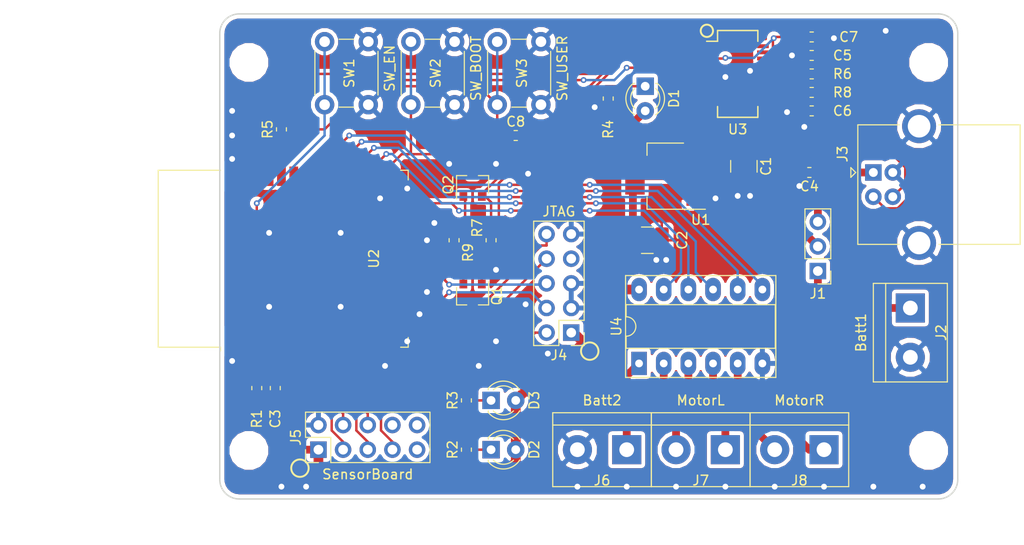
<source format=kicad_pcb>
(kicad_pcb (version 20171130) (host pcbnew "(5.0.2)-1")
  (layers (0 F.Cu signal) (31 B.Cu signal) (34 B.Paste user) (35 F.Paste user) (36 B.SilkS user) (37 F.SilkS user) (38 B.Mask user) (39 F.Mask user) (44 Edge.Cuts user))
  (net 0 "")
  (net 1 "Net-(C1-Pad1)")
  (net 2 GND)
  (net 3 +3V3)
  (net 4 /EN)
  (net 5 VBUS)
  (net 6 "Net-(C5-Pad1)")
  (net 7 "Net-(C6-Pad1)")
  (net 8 "Net-(C7-Pad1)")
  (net 9 "Net-(C8-Pad1)")
  (net 10 "Net-(D1-Pad1)")
  (net 11 "Net-(D2-Pad1)")
  (net 12 "Net-(D3-Pad1)")
  (net 13 "Net-(J1-Pad1)")
  (net 14 "Net-(J6-Pad1)")
  (net 15 "Net-(Q1-Pad1)")
  (net 16 /USB_RTS)
  (net 17 /IO0)
  (net 18 /USB_DTR)
  (net 19 "Net-(Q2-Pad1)")
  (net 20 "Net-(R2-Pad2)")
  (net 21 "Net-(R3-Pad2)")
  (net 22 /USB_TXD)
  (net 23 /ESP32_RXD)
  (net 24 "Net-(R6-Pad1)")
  (net 25 "Net-(R8-Pad1)")
  (net 26 /ADC1_0)
  (net 27 /ADC1_3)
  (net 28 /ADC1_6)
  (net 29 /MODE)
  (net 30 /PWM2_1)
  (net 31 /PWM2_2)
  (net 32 /TMS)
  (net 33 /TDI)
  (net 34 /TCK)
  (net 35 "Net-(U2-Pad17)")
  (net 36 "Net-(U2-Pad18)")
  (net 37 "Net-(U2-Pad19)")
  (net 38 "Net-(U2-Pad20)")
  (net 39 "Net-(U2-Pad21)")
  (net 40 "Net-(U2-Pad22)")
  (net 41 /TDO)
  (net 42 /PWM1_1)
  (net 43 /PWM1_2)
  (net 44 /SPI_MISO)
  (net 45 "Net-(U2-Pad32)")
  (net 46 /I2C_SDA)
  (net 47 /ESP32_TXD)
  (net 48 /I2C_SCL)
  (net 49 /SPI_MOSI)
  (net 50 "Net-(U3-Pad5)")
  (net 51 "Net-(U3-Pad7)")
  (net 52 "Net-(U3-Pad8)")
  (net 53 "Net-(U3-Pad9)")
  (net 54 "Net-(U3-Pad10)")
  (net 55 "Net-(U3-Pad17)")
  (net 56 "Net-(U3-Pad18)")
  (net 57 "Net-(U3-Pad19)")
  (net 58 "Net-(J4-Pad7)")
  (net 59 "Net-(J5-Pad8)")
  (net 60 "Net-(J5-Pad9)")
  (net 61 "Net-(J5-Pad10)")
  (net 62 /MotorL1)
  (net 63 /MotorL2)
  (net 64 /MotorR2)
  (net 65 /MotorR1)
  (net 66 /ADC1_7)
  (net 67 /ADC1_4)
  (net 68 "Net-(U2-Pad9)")
  (net 69 "Net-(U2-Pad12)")
  (module MountingHole:MountingHole_3.2mm_M3 (layer F.Cu) (at 191.11 87.08)
    (fp_text reference REF4 hide)
    (fp_text value MountingHole_3.2mm_M3)
    (pad 1 np_thru_hole circle (at 0 0) (size 3.2 3.2) (drill 3.2) (layers *.Cu *.Mask))
  )
  (module MountingHole:MountingHole_3.2mm_M3 (layer F.Cu) (at 191.11 127.08)
    (fp_text reference REF3 hide)
    (fp_text value MountingHole_3.2mm_M3)
    (pad 1 np_thru_hole circle (at 0 0) (size 3.2 3.2) (drill 3.2) (layers *.Cu *.Mask))
  )
  (module MountingHole:MountingHole_3.2mm_M3 (layer F.Cu) (at 121.11 87.08)
    (fp_text reference REF1 hide)
    (fp_text value MountingHole_3.2mm_M3)
    (pad 1 np_thru_hole circle (at 0 0) (size 3.2 3.2) (drill 3.2) (layers *.Cu *.Mask))
  )
  (module Capacitor_SMD:C_1210_3225Metric_Pad1.42x2.65mm_HandSolder (layer F.Cu) (at 172.085 97.79 270)
    (fp_text reference C1 (at 0 -2.28 270) (layer F.SilkS))
    (fp_text value 10u)
    (pad 1 smd roundrect (at -1.4875 0 270) (size 1.425 2.65) (layers F.Cu F.Paste F.Mask) (roundrect_rratio 0.175439) (net 1 "Net-(C1-Pad1)"))
    (pad 2 smd roundrect (at 1.4875 0 270) (size 1.425 2.65) (layers F.Cu F.Paste F.Mask) (roundrect_rratio 0.175439) (net 2 GND))
  )
  (module Capacitor_SMD:C_1210_3225Metric_Pad1.42x2.65mm_HandSolder (layer F.Cu) (at 162.142 105.41)
    (fp_text reference C2 (at 3.593 0 90) (layer F.SilkS))
    (fp_text value 10u)
    (pad 2 smd roundrect (at 1.4875 0) (size 1.425 2.65) (layers F.Cu F.Paste F.Mask) (roundrect_rratio 0.175439) (net 2 GND))
    (pad 1 smd roundrect (at -1.4875 0) (size 1.425 2.65) (layers F.Cu F.Paste F.Mask) (roundrect_rratio 0.175439) (net 3 +3V3))
  )
  (module Capacitor_SMD:C_0603_1608Metric_Pad1.05x0.95mm_HandSolder (layer F.Cu) (at 123.825 120.65 90)
    (fp_text reference C3 (at -3.175 0 90) (layer F.SilkS))
    (fp_text value 10n)
    (pad 2 smd roundrect (at 0.875 0 90) (size 1.05 0.95) (layers F.Cu F.Paste F.Mask) (net 4 /EN))
    (pad 1 smd roundrect (at -0.875 0 90) (size 1.05 0.95) (layers F.Cu F.Paste F.Mask) (net 2 GND))
  )
  (module Capacitor_SMD:C_0603_1608Metric_Pad1.05x0.95mm_HandSolder (layer F.Cu) (at 178.83 98.425 180)
    (fp_text reference C4 (at 0 -1.43 180) (layer F.SilkS))
    (fp_text value 47p)
    (pad 1 smd roundrect (at -0.875 0 180) (size 1.05 0.95) (layers F.Cu F.Paste F.Mask) (net 5 VBUS))
    (pad 2 smd roundrect (at 0.875 0 180) (size 1.05 0.95) (layers F.Cu F.Paste F.Mask) (net 2 GND))
  )
  (module Capacitor_SMD:C_0603_1608Metric_Pad1.05x0.95mm_HandSolder (layer F.Cu) (at 179.07 86.36 180)
    (fp_text reference C5 (at -3.175 0 180) (layer F.SilkS))
    (fp_text value 47p)
    (pad 2 smd roundrect (at 0.875 0 180) (size 1.05 0.95) (layers F.Cu F.Paste F.Mask) (net 2 GND))
    (pad 1 smd roundrect (at -0.875 0 180) (size 1.05 0.95) (layers F.Cu F.Paste F.Mask) (net 6 "Net-(C5-Pad1)"))
  )
  (module Capacitor_SMD:C_0603_1608Metric_Pad1.05x0.95mm_HandSolder (layer F.Cu) (at 179.07 92.075 180)
    (fp_text reference C6 (at -3.175 0 180) (layer F.SilkS))
    (fp_text value 47p)
    (pad 1 smd roundrect (at -0.875 0 180) (size 1.05 0.95) (layers F.Cu F.Paste F.Mask) (net 7 "Net-(C6-Pad1)"))
    (pad 2 smd roundrect (at 0.875 0 180) (size 1.05 0.95) (layers F.Cu F.Paste F.Mask) (net 2 GND))
  )
  (module Capacitor_SMD:C_0603_1608Metric_Pad1.05x0.95mm_HandSolder (layer F.Cu) (at 179.07 84.455)
    (fp_text reference C7 (at 3.81 0) (layer F.SilkS))
    (fp_text value 100n)
    (pad 1 smd roundrect (at -0.875 0) (size 1.05 0.95) (layers F.Cu F.Paste F.Mask) (net 8 "Net-(C7-Pad1)"))
    (pad 2 smd roundrect (at 0.875 0) (size 1.05 0.95) (layers F.Cu F.Paste F.Mask) (net 2 GND))
  )
  (module Capacitor_SMD:C_0603_1608Metric_Pad1.05x0.95mm_HandSolder (layer F.Cu) (at 148.59 94.615)
    (fp_text reference C8 (at 0 -1.43) (layer F.SilkS))
    (fp_text value 100p)
    (pad 2 smd roundrect (at 0.875 0) (size 1.05 0.95) (layers F.Cu F.Paste F.Mask) (net 2 GND))
    (pad 1 smd roundrect (at -0.875 0) (size 1.05 0.95) (layers F.Cu F.Paste F.Mask) (net 9 "Net-(C8-Pad1)"))
  )
  (module LED_THT:LED_D3.0mm (layer F.Cu) (at 161.925 89.535 270)
    (fp_text reference D1 (at 1.27 -2.96 270) (layer F.SilkS))
    (fp_text value LED)
    (pad 1 thru_hole rect (at 0 0 270) (size 1.8 1.8) (drill 0.9) (layers *.Cu *.Mask) (net 10 "Net-(D1-Pad1)"))
    (pad 2 thru_hole circle (at 2.54 0 270) (size 1.8 1.8) (drill 0.9) (layers *.Cu *.Mask) (net 3 +3V3))
  )
  (module LED_THT:LED_D3.0mm (layer F.Cu) (at 146.05 127)
    (fp_text reference D2 (at 4.445 0 90) (layer F.SilkS))
    (fp_text value LED)
    (pad 2 thru_hole circle (at 2.54 0) (size 1.8 1.8) (drill 0.9) (layers *.Cu *.Mask) (net 3 +3V3))
    (pad 1 thru_hole rect (at 0 0) (size 1.8 1.8) (drill 0.9) (layers *.Cu *.Mask) (net 11 "Net-(D2-Pad1)"))
  )
  (module LED_THT:LED_D3.0mm (layer F.Cu) (at 146.05 121.92)
    (fp_text reference D3 (at 4.445 0 90) (layer F.SilkS))
    (fp_text value LED)
    (pad 1 thru_hole rect (at 0 0) (size 1.8 1.8) (drill 0.9) (layers *.Cu *.Mask) (net 12 "Net-(D3-Pad1)"))
    (pad 2 thru_hole circle (at 2.54 0) (size 1.8 1.8) (drill 0.9) (layers *.Cu *.Mask) (net 3 +3V3))
  )
  (module Connector_PinHeader_2.54mm:PinHeader_1x03_P2.54mm_Vertical (layer F.Cu) (at 179.705 108.585 180)
    (fp_text reference J1 (at 0 -2.33 180) (layer F.SilkS))
    (fp_text value PSEL)
    (pad 1 thru_hole rect (at 0 0 180) (size 1.7 1.7) (drill 1) (layers *.Cu *.Mask) (net 13 "Net-(J1-Pad1)"))
    (pad 2 thru_hole oval (at 0 2.54 180) (size 1.7 1.7) (drill 1) (layers *.Cu *.Mask) (net 1 "Net-(C1-Pad1)"))
    (pad 3 thru_hole oval (at 0 5.08 180) (size 1.7 1.7) (drill 1) (layers *.Cu *.Mask) (net 5 VBUS))
  )
  (module TerminalBlock:TerminalBlock_bornier-2_P5.08mm (layer F.Cu) (at 189.23 112.395 270)
    (fp_text reference J2 (at 2.54 -3.175 270) (layer F.SilkS))
    (fp_text value Batt1 (at 2.54 5.08 270) (layer F.SilkS))
    (pad 2 thru_hole circle (at 5.08 0 270) (size 3 3) (drill 1.52) (layers *.Cu *.Mask) (net 2 GND))
    (pad 1 thru_hole rect (at 0 0 270) (size 3 3) (drill 1.52) (layers *.Cu *.Mask) (net 13 "Net-(J1-Pad1)"))
  )
  (module Connector_USB:USB_B_OST_USB-B1HSxx_Horizontal (layer F.Cu) (at 185.42 98.425)
    (fp_text reference J3 (at -3.175 -1.905 270) (layer F.SilkS))
    (fp_text value USB_B)
    (pad 1 thru_hole rect (at 0 0) (size 1.7 1.7) (drill 0.92) (layers *.Cu *.Mask) (net 5 VBUS))
    (pad 2 thru_hole circle (at 0 2.5) (size 1.7 1.7) (drill 0.92) (layers *.Cu *.Mask) (net 6 "Net-(C5-Pad1)"))
    (pad 3 thru_hole circle (at 2 2.5) (size 1.7 1.7) (drill 0.92) (layers *.Cu *.Mask) (net 7 "Net-(C6-Pad1)"))
    (pad 4 thru_hole circle (at 2 0) (size 1.7 1.7) (drill 0.92) (layers *.Cu *.Mask) (net 2 GND))
    (pad 5 thru_hole circle (at 4.71 -4.77) (size 3.5 3.5) (drill 2.33) (layers *.Cu *.Mask) (net 2 GND))
    (pad 5 thru_hole circle (at 4.71 7.27) (size 3.5 3.5) (drill 2.33) (layers *.Cu *.Mask) (net 2 GND))
  )
  (module Connector_PinHeader_2.54mm:PinHeader_2x05_P2.54mm_Vertical (layer F.Cu) (at 154.305 114.935 180)
    (fp_text reference J4 (at 1.27 -2.33 180) (layer F.SilkS))
    (fp_text value JTAG (at 1.27 12.49 180) (layer F.SilkS))
    (pad 10 thru_hole oval (at 2.54 10.16 180) (size 1.7 1.7) (drill 1) (layers *.Cu *.Mask) (net 4 /EN))
    (pad 9 thru_hole oval (at 0 10.16 180) (size 1.7 1.7) (drill 1) (layers *.Cu *.Mask) (net 2 GND))
    (pad 8 thru_hole oval (at 2.54 7.62 180) (size 1.7 1.7) (drill 1) (layers *.Cu *.Mask) (net 33 /TDI))
    (pad 7 thru_hole oval (at 0 7.62 180) (size 1.7 1.7) (drill 1) (layers *.Cu *.Mask) (net 58 "Net-(J4-Pad7)"))
    (pad 6 thru_hole oval (at 2.54 5.08 180) (size 1.7 1.7) (drill 1) (layers *.Cu *.Mask) (net 41 /TDO))
    (pad 5 thru_hole oval (at 0 5.08 180) (size 1.7 1.7) (drill 1) (layers *.Cu *.Mask) (net 2 GND))
    (pad 4 thru_hole oval (at 2.54 2.54 180) (size 1.7 1.7) (drill 1) (layers *.Cu *.Mask) (net 34 /TCK))
    (pad 3 thru_hole oval (at 0 2.54 180) (size 1.7 1.7) (drill 1) (layers *.Cu *.Mask) (net 2 GND))
    (pad 2 thru_hole oval (at 2.54 0 180) (size 1.7 1.7) (drill 1) (layers *.Cu *.Mask) (net 32 /TMS))
    (pad 1 thru_hole rect (at 0 0 180) (size 1.7 1.7) (drill 1) (layers *.Cu *.Mask) (net 3 +3V3))
  )
  (module Connector_PinHeader_2.54mm:PinHeader_2x05_P2.54mm_Vertical (layer F.Cu) (at 128.27 127 90)
    (fp_text reference J5 (at 1.27 -2.33 90) (layer F.SilkS))
    (fp_text value SensorBoard (at -2.54 5.08 180) (layer F.SilkS))
    (pad 1 thru_hole rect (at 0 0 90) (size 1.7 1.7) (drill 1) (layers *.Cu *.Mask) (net 3 +3V3))
    (pad 2 thru_hole oval (at 2.54 0 90) (size 1.7 1.7) (drill 1) (layers *.Cu *.Mask) (net 2 GND))
    (pad 3 thru_hole oval (at 0 2.54 90) (size 1.7 1.7) (drill 1) (layers *.Cu *.Mask) (net 26 /ADC1_0))
    (pad 4 thru_hole oval (at 2.54 2.54 90) (size 1.7 1.7) (drill 1) (layers *.Cu *.Mask) (net 27 /ADC1_3))
    (pad 5 thru_hole oval (at 0 5.08 90) (size 1.7 1.7) (drill 1) (layers *.Cu *.Mask) (net 28 /ADC1_6))
    (pad 6 thru_hole oval (at 2.54 5.08 90) (size 1.7 1.7) (drill 1) (layers *.Cu *.Mask) (net 66 /ADC1_7))
    (pad 7 thru_hole oval (at 0 7.62 90) (size 1.7 1.7) (drill 1) (layers *.Cu *.Mask) (net 67 /ADC1_4))
    (pad 8 thru_hole oval (at 2.54 7.62 90) (size 1.7 1.7) (drill 1) (layers *.Cu *.Mask) (net 59 "Net-(J5-Pad8)"))
    (pad 9 thru_hole oval (at 0 10.16 90) (size 1.7 1.7) (drill 1) (layers *.Cu *.Mask) (net 60 "Net-(J5-Pad9)"))
    (pad 10 thru_hole oval (at 2.54 10.16 90) (size 1.7 1.7) (drill 1) (layers *.Cu *.Mask) (net 61 "Net-(J5-Pad10)"))
  )
  (module TerminalBlock:TerminalBlock_bornier-2_P5.08mm (layer F.Cu) (at 160.02 127 180)
    (fp_text reference J6 (at 2.54 -3.175 180) (layer F.SilkS))
    (fp_text value Batt2 (at 2.54 5.08 180) (layer F.SilkS))
    (pad 1 thru_hole rect (at 0 0 180) (size 3 3) (drill 1.52) (layers *.Cu *.Mask) (net 14 "Net-(J6-Pad1)"))
    (pad 2 thru_hole circle (at 5.08 0 180) (size 3 3) (drill 1.52) (layers *.Cu *.Mask) (net 2 GND))
  )
  (module TerminalBlock:TerminalBlock_bornier-2_P5.08mm (layer F.Cu) (at 170.18 127 180)
    (fp_text reference J7 (at 2.54 -3.175 180) (layer F.SilkS))
    (fp_text value MotorL (at 2.54 5.08 180) (layer F.SilkS))
    (pad 2 thru_hole circle (at 5.08 0 180) (size 3 3) (drill 1.52) (layers *.Cu *.Mask) (net 62 /MotorL1))
    (pad 1 thru_hole rect (at 0 0 180) (size 3 3) (drill 1.52) (layers *.Cu *.Mask) (net 63 /MotorL2))
  )
  (module TerminalBlock:TerminalBlock_bornier-2_P5.08mm (layer F.Cu) (at 180.34 127 180)
    (fp_text reference J8 (at 2.54 -3.175 180) (layer F.SilkS))
    (fp_text value MotorR (at 2.54 5.08 180) (layer F.SilkS))
    (pad 1 thru_hole rect (at 0 0 180) (size 3 3) (drill 1.52) (layers *.Cu *.Mask) (net 64 /MotorR2))
    (pad 2 thru_hole circle (at 5.08 0 180) (size 3 3) (drill 1.52) (layers *.Cu *.Mask) (net 65 /MotorR1))
  )
  (module Package_TO_SOT_SMD:SC-59 (layer F.Cu) (at 144.145 111.125 270)
    (fp_text reference Q1 (at 0 -2.5 270) (layer F.SilkS))
    (fp_text value 2SC2712)
    (pad 1 smd rect (at -1.2 -0.95 270) (size 0.9 0.8) (layers F.Cu F.Paste F.Mask) (net 15 "Net-(Q1-Pad1)"))
    (pad 2 smd rect (at -1.2 0.95 270) (size 0.9 0.8) (layers F.Cu F.Paste F.Mask) (net 16 /USB_RTS))
    (pad 3 smd rect (at 1.2 0 270) (size 0.9 0.8) (layers F.Cu F.Paste F.Mask) (net 4 /EN))
  )
  (module Package_TO_SOT_SMD:SC-59 (layer F.Cu) (at 144.145 99.695 90)
    (fp_text reference Q2 (at 0 -2.5 90) (layer F.SilkS))
    (fp_text value 2SC2712)
    (pad 3 smd rect (at 1.2 0 90) (size 0.9 0.8) (layers F.Cu F.Paste F.Mask) (net 17 /IO0))
    (pad 2 smd rect (at -1.2 0.95 90) (size 0.9 0.8) (layers F.Cu F.Paste F.Mask) (net 18 /USB_DTR))
    (pad 1 smd rect (at -1.2 -0.95 90) (size 0.9 0.8) (layers F.Cu F.Paste F.Mask) (net 19 "Net-(Q2-Pad1)"))
  )
  (module Resistor_SMD:R_0603_1608Metric_Pad1.05x0.95mm_HandSolder (layer F.Cu) (at 121.92 120.65 90)
    (fp_text reference R1 (at -3.175 0 90) (layer F.SilkS))
    (fp_text value 10k)
    (pad 1 smd roundrect (at -0.875 0 90) (size 1.05 0.95) (layers F.Cu F.Paste F.Mask) (net 3 +3V3))
    (pad 2 smd roundrect (at 0.875 0 90) (size 1.05 0.95) (layers F.Cu F.Paste F.Mask) (net 4 /EN))
  )
  (module Resistor_SMD:R_0603_1608Metric_Pad1.05x0.95mm_HandSolder (layer F.Cu) (at 143.51 127 90)
    (fp_text reference R2 (at 0 -1.43 90) (layer F.SilkS))
    (fp_text value 10k)
    (pad 2 smd roundrect (at 0.875 0 90) (size 1.05 0.95) (layers F.Cu F.Paste F.Mask) (net 20 "Net-(R2-Pad2)"))
    (pad 1 smd roundrect (at -0.875 0 90) (size 1.05 0.95) (layers F.Cu F.Paste F.Mask) (net 11 "Net-(D2-Pad1)"))
  )
  (module Resistor_SMD:R_0603_1608Metric_Pad1.05x0.95mm_HandSolder (layer F.Cu) (at 143.51 121.92 90)
    (fp_text reference R3 (at 0 -1.43 90) (layer F.SilkS))
    (fp_text value 10k)
    (pad 1 smd roundrect (at -0.875 0 90) (size 1.05 0.95) (layers F.Cu F.Paste F.Mask) (net 12 "Net-(D3-Pad1)"))
    (pad 2 smd roundrect (at 0.875 0 90) (size 1.05 0.95) (layers F.Cu F.Paste F.Mask) (net 21 "Net-(R3-Pad2)"))
  )
  (module Resistor_SMD:R_0603_1608Metric_Pad1.05x0.95mm_HandSolder (layer F.Cu) (at 158.115 90.805 270)
    (fp_text reference R4 (at 3.175 0 270) (layer F.SilkS))
    (fp_text value R)
    (pad 1 smd roundrect (at -0.875 0 270) (size 1.05 0.95) (layers F.Cu F.Paste F.Mask) (net 10 "Net-(D1-Pad1)"))
    (pad 2 smd roundrect (at 0.875 0 270) (size 1.05 0.95) (layers F.Cu F.Paste F.Mask) (net 2 GND))
  )
  (module Resistor_SMD:R_0603_1608Metric_Pad1.05x0.95mm_HandSolder (layer F.Cu) (at 124.46 93.98 90)
    (fp_text reference R5 (at 0 -1.43 90) (layer F.SilkS))
    (fp_text value 470)
    (pad 2 smd roundrect (at 0.875 0 90) (size 1.05 0.95) (layers F.Cu F.Paste F.Mask) (net 22 /USB_TXD))
    (pad 1 smd roundrect (at -0.875 0 90) (size 1.05 0.95) (layers F.Cu F.Paste F.Mask) (net 23 /ESP32_RXD))
  )
  (module Resistor_SMD:R_0603_1608Metric_Pad1.05x0.95mm_HandSolder (layer F.Cu) (at 179.07 88.265)
    (fp_text reference R6 (at 3.175 0) (layer F.SilkS))
    (fp_text value 27)
    (pad 1 smd roundrect (at -0.875 0) (size 1.05 0.95) (layers F.Cu F.Paste F.Mask) (net 24 "Net-(R6-Pad1)"))
    (pad 2 smd roundrect (at 0.875 0) (size 1.05 0.95) (layers F.Cu F.Paste F.Mask) (net 6 "Net-(C5-Pad1)"))
  )
  (module Resistor_SMD:R_0603_1608Metric_Pad1.05x0.95mm_HandSolder (layer F.Cu) (at 146.05 105.41 90)
    (fp_text reference R7 (at 1.27 -1.43 90) (layer F.SilkS))
    (fp_text value 10k)
    (pad 1 smd roundrect (at -0.875 0 90) (size 1.05 0.95) (layers F.Cu F.Paste F.Mask) (net 15 "Net-(Q1-Pad1)"))
    (pad 2 smd roundrect (at 0.875 0 90) (size 1.05 0.95) (layers F.Cu F.Paste F.Mask) (net 18 /USB_DTR))
  )
  (module Resistor_SMD:R_0603_1608Metric_Pad1.05x0.95mm_HandSolder (layer F.Cu) (at 179.07 90.17)
    (fp_text reference R8 (at 3.175 0) (layer F.SilkS))
    (fp_text value 27)
    (pad 2 smd roundrect (at 0.875 0) (size 1.05 0.95) (layers F.Cu F.Paste F.Mask) (net 7 "Net-(C6-Pad1)"))
    (pad 1 smd roundrect (at -0.875 0) (size 1.05 0.95) (layers F.Cu F.Paste F.Mask) (net 25 "Net-(R8-Pad1)"))
  )
  (module Resistor_SMD:R_0603_1608Metric_Pad1.05x0.95mm_HandSolder (layer F.Cu) (at 142.24 105.41 270)
    (fp_text reference R9 (at 1.27 -1.43 270) (layer F.SilkS))
    (fp_text value 10k)
    (pad 2 smd roundrect (at 0.875 0 270) (size 1.05 0.95) (layers F.Cu F.Paste F.Mask) (net 16 /USB_RTS))
    (pad 1 smd roundrect (at -0.875 0 270) (size 1.05 0.95) (layers F.Cu F.Paste F.Mask) (net 19 "Net-(Q2-Pad1)"))
  )
  (module Button_Switch_THT:SW_PUSH_6mm_H5mm (layer F.Cu) (at 128.905 91.44 90)
    (fp_text reference SW1 (at 3.25 2.54 90) (layer F.SilkS))
    (fp_text value SW_EN (at 3.75 6.7 90) (layer F.SilkS))
    (pad 2 thru_hole circle (at 0 4.5 180) (size 2 2) (drill 1.1) (layers *.Cu *.Mask) (net 2 GND))
    (pad 1 thru_hole circle (at 0 0 180) (size 2 2) (drill 1.1) (layers *.Cu *.Mask) (net 4 /EN))
    (pad 2 thru_hole circle (at 6.5 4.5 180) (size 2 2) (drill 1.1) (layers *.Cu *.Mask) (net 2 GND))
    (pad 2 thru_hole circle (at 6.5 0 180) (size 2 2) (drill 1.1) (layers *.Cu *.Mask) (net 4 /EN))
  )
  (module Button_Switch_THT:SW_PUSH_6mm_H5mm (layer F.Cu) (at 137.795 91.44 90)
    (fp_text reference SW2 (at 3.25 2.54 90) (layer F.SilkS))
    (fp_text value SW_BOOT (at 3.75 6.7 90) (layer F.SilkS))
    (pad 1 thru_hole circle (at 6.5 0 180) (size 2 2) (drill 1.1) (layers *.Cu *.Mask) (net 17 /IO0))
    (pad 2 thru_hole circle (at 6.5 4.5 180) (size 2 2) (drill 1.1) (layers *.Cu *.Mask) (net 2 GND))
    (pad 1 thru_hole circle (at 0 0 180) (size 2 2) (drill 1.1) (layers *.Cu *.Mask) (net 17 /IO0))
    (pad 2 thru_hole circle (at 0 4.5 180) (size 2 2) (drill 1.1) (layers *.Cu *.Mask) (net 2 GND))
  )
  (module Button_Switch_THT:SW_PUSH_6mm_H5mm (layer F.Cu) (at 146.685 91.44 90)
    (fp_text reference SW3 (at 3.25 2.54 90) (layer F.SilkS))
    (fp_text value SW_USER (at 3.75 6.7 90) (layer F.SilkS))
    (pad 2 thru_hole circle (at 0 4.5 180) (size 2 2) (drill 1.1) (layers *.Cu *.Mask) (net 2 GND))
    (pad 1 thru_hole circle (at 0 0 180) (size 2 2) (drill 1.1) (layers *.Cu *.Mask) (net 9 "Net-(C8-Pad1)"))
    (pad 2 thru_hole circle (at 6.5 4.5 180) (size 2 2) (drill 1.1) (layers *.Cu *.Mask) (net 2 GND))
    (pad 1 thru_hole circle (at 6.5 0 180) (size 2 2) (drill 1.1) (layers *.Cu *.Mask) (net 9 "Net-(C8-Pad1)"))
  )
  (module Package_TO_SOT_SMD:SOT-223-3_TabPin2 (layer F.Cu) (at 164.02 98.806 180)
    (fp_text reference U1 (at -3.62 -4.5 180) (layer F.SilkS))
    (fp_text value ADP3338)
    (pad 2 smd rect (at 3.15 0 180) (size 2 3.8) (layers F.Cu F.Paste F.Mask) (net 3 +3V3))
    (pad 2 smd rect (at -3.15 0 180) (size 2 1.5) (layers F.Cu F.Paste F.Mask) (net 3 +3V3))
    (pad 3 smd rect (at -3.15 2.3 180) (size 2 1.5) (layers F.Cu F.Paste F.Mask) (net 1 "Net-(C1-Pad1)"))
    (pad 1 smd rect (at -3.15 -2.3 180) (size 2 1.5) (layers F.Cu F.Paste F.Mask) (net 2 GND))
  )
  (module RF_Module:ESP32-WROOM-32 (layer F.Cu) (at 127.635 107.315 90)
    (fp_text reference U2 (at 0 6.35 270) (layer F.SilkS))
    (fp_text value ESP32-WROOM-32D)
    (pad 39 smd rect (at -1 -0.755 90) (size 5 5) (layers F.Cu F.Paste F.Mask) (net 2 GND))
    (pad 1 smd rect (at -8.5 -8.255 90) (size 2 0.9) (layers F.Cu F.Paste F.Mask) (net 2 GND))
    (pad 2 smd rect (at -8.5 -6.985 90) (size 2 0.9) (layers F.Cu F.Paste F.Mask) (net 3 +3V3))
    (pad 3 smd rect (at -8.5 -5.715 90) (size 2 0.9) (layers F.Cu F.Paste F.Mask) (net 4 /EN))
    (pad 4 smd rect (at -8.5 -4.445 90) (size 2 0.9) (layers F.Cu F.Paste F.Mask) (net 26 /ADC1_0))
    (pad 5 smd rect (at -8.5 -3.175 90) (size 2 0.9) (layers F.Cu F.Paste F.Mask) (net 27 /ADC1_3))
    (pad 6 smd rect (at -8.5 -1.905 90) (size 2 0.9) (layers F.Cu F.Paste F.Mask) (net 28 /ADC1_6))
    (pad 7 smd rect (at -8.5 -0.635 90) (size 2 0.9) (layers F.Cu F.Paste F.Mask) (net 66 /ADC1_7))
    (pad 8 smd rect (at -8.5 0.635 90) (size 2 0.9) (layers F.Cu F.Paste F.Mask) (net 67 /ADC1_4))
    (pad 9 smd rect (at -8.5 1.905 90) (size 2 0.9) (layers F.Cu F.Paste F.Mask) (net 68 "Net-(U2-Pad9)"))
    (pad 10 smd rect (at -8.5 3.175 90) (size 2 0.9) (layers F.Cu F.Paste F.Mask) (net 20 "Net-(R2-Pad2)"))
    (pad 11 smd rect (at -8.5 4.445 90) (size 2 0.9) (layers F.Cu F.Paste F.Mask) (net 21 "Net-(R3-Pad2)"))
    (pad 12 smd rect (at -8.5 5.715 90) (size 2 0.9) (layers F.Cu F.Paste F.Mask) (net 69 "Net-(U2-Pad12)"))
    (pad 13 smd rect (at -8.5 6.985 90) (size 2 0.9) (layers F.Cu F.Paste F.Mask) (net 32 /TMS))
    (pad 14 smd rect (at -8.5 8.255 90) (size 2 0.9) (layers F.Cu F.Paste F.Mask) (net 33 /TDI))
    (pad 15 smd rect (at -5.715 9.255 180) (size 2 0.9) (layers F.Cu F.Paste F.Mask) (net 2 GND))
    (pad 16 smd rect (at -4.445 9.255 180) (size 2 0.9) (layers F.Cu F.Paste F.Mask) (net 34 /TCK))
    (pad 17 smd rect (at -3.175 9.255 180) (size 2 0.9) (layers F.Cu F.Paste F.Mask) (net 35 "Net-(U2-Pad17)"))
    (pad 18 smd rect (at -1.905 9.255 180) (size 2 0.9) (layers F.Cu F.Paste F.Mask) (net 36 "Net-(U2-Pad18)"))
    (pad 19 smd rect (at -0.635 9.255 180) (size 2 0.9) (layers F.Cu F.Paste F.Mask) (net 37 "Net-(U2-Pad19)"))
    (pad 20 smd rect (at 0.635 9.255 180) (size 2 0.9) (layers F.Cu F.Paste F.Mask) (net 38 "Net-(U2-Pad20)"))
    (pad 21 smd rect (at 1.905 9.255 180) (size 2 0.9) (layers F.Cu F.Paste F.Mask) (net 39 "Net-(U2-Pad21)"))
    (pad 22 smd rect (at 3.175 9.255 180) (size 2 0.9) (layers F.Cu F.Paste F.Mask) (net 40 "Net-(U2-Pad22)"))
    (pad 23 smd rect (at 4.445 9.255 180) (size 2 0.9) (layers F.Cu F.Paste F.Mask) (net 41 /TDO))
    (pad 24 smd rect (at 5.715 9.255 180) (size 2 0.9) (layers F.Cu F.Paste F.Mask) (net 29 /MODE))
    (pad 25 smd rect (at 8.5 8.255 90) (size 2 0.9) (layers F.Cu F.Paste F.Mask) (net 17 /IO0))
    (pad 26 smd rect (at 8.5 6.985 90) (size 2 0.9) (layers F.Cu F.Paste F.Mask) (net 42 /PWM1_1))
    (pad 27 smd rect (at 8.5 5.715 90) (size 2 0.9) (layers F.Cu F.Paste F.Mask) (net 43 /PWM1_2))
    (pad 28 smd rect (at 8.5 4.445 90) (size 2 0.9) (layers F.Cu F.Paste F.Mask) (net 30 /PWM2_1))
    (pad 29 smd rect (at 8.5 3.175 90) (size 2 0.9) (layers F.Cu F.Paste F.Mask) (net 31 /PWM2_2))
    (pad 30 smd rect (at 8.5 1.905 90) (size 2 0.9) (layers F.Cu F.Paste F.Mask) (net 9 "Net-(C8-Pad1)"))
    (pad 31 smd rect (at 8.5 0.635 90) (size 2 0.9) (layers F.Cu F.Paste F.Mask) (net 44 /SPI_MISO))
    (pad 32 smd rect (at 8.5 -0.635 90) (size 2 0.9) (layers F.Cu F.Paste F.Mask) (net 45 "Net-(U2-Pad32)"))
    (pad 33 smd rect (at 8.5 -1.905 90) (size 2 0.9) (layers F.Cu F.Paste F.Mask) (net 46 /I2C_SDA))
    (pad 34 smd rect (at 8.5 -3.175 90) (size 2 0.9) (layers F.Cu F.Paste F.Mask) (net 23 /ESP32_RXD))
    (pad 35 smd rect (at 8.5 -4.445 90) (size 2 0.9) (layers F.Cu F.Paste F.Mask) (net 47 /ESP32_TXD))
    (pad 36 smd rect (at 8.5 -5.715 90) (size 2 0.9) (layers F.Cu F.Paste F.Mask) (net 48 /I2C_SCL))
    (pad 37 smd rect (at 8.5 -6.985 90) (size 2 0.9) (layers F.Cu F.Paste F.Mask) (net 49 /SPI_MOSI))
    (pad 38 smd rect (at 8.5 -8.255 90) (size 2 0.9) (layers F.Cu F.Paste F.Mask) (net 2 GND))
  )
  (module Package_SO:SSOP-20_3.9x8.7mm_P0.635mm (layer F.Cu) (at 171.45 88.265)
    (fp_text reference U3 (at 0 5.715) (layer F.SilkS))
    (fp_text value FT231XS)
    (pad 1 smd rect (at -2.6 -2.8575) (size 1.2 0.4) (layers F.Cu F.Paste F.Mask) (net 18 /USB_DTR))
    (pad 2 smd rect (at -2.6 -2.2225) (size 1.2 0.4) (layers F.Cu F.Paste F.Mask) (net 16 /USB_RTS))
    (pad 3 smd rect (at -2.6 -1.5875) (size 1.2 0.4) (layers F.Cu F.Paste F.Mask) (net 8 "Net-(C7-Pad1)"))
    (pad 4 smd rect (at -2.6 -0.9525) (size 1.2 0.4) (layers F.Cu F.Paste F.Mask) (net 47 /ESP32_TXD))
    (pad 5 smd rect (at -2.6 -0.3175) (size 1.2 0.4) (layers F.Cu F.Paste F.Mask) (net 50 "Net-(U3-Pad5)"))
    (pad 6 smd rect (at -2.6 0.3175) (size 1.2 0.4) (layers F.Cu F.Paste F.Mask) (net 2 GND))
    (pad 7 smd rect (at -2.6 0.9525) (size 1.2 0.4) (layers F.Cu F.Paste F.Mask) (net 51 "Net-(U3-Pad7)"))
    (pad 8 smd rect (at -2.6 1.5875) (size 1.2 0.4) (layers F.Cu F.Paste F.Mask) (net 52 "Net-(U3-Pad8)"))
    (pad 9 smd rect (at -2.6 2.2225) (size 1.2 0.4) (layers F.Cu F.Paste F.Mask) (net 53 "Net-(U3-Pad9)"))
    (pad 10 smd rect (at -2.6 2.8575) (size 1.2 0.4) (layers F.Cu F.Paste F.Mask) (net 54 "Net-(U3-Pad10)"))
    (pad 11 smd rect (at 2.6 2.8575) (size 1.2 0.4) (layers F.Cu F.Paste F.Mask) (net 25 "Net-(R8-Pad1)"))
    (pad 12 smd rect (at 2.6 2.2225) (size 1.2 0.4) (layers F.Cu F.Paste F.Mask) (net 24 "Net-(R6-Pad1)"))
    (pad 13 smd rect (at 2.6 1.5875) (size 1.2 0.4) (layers F.Cu F.Paste F.Mask) (net 8 "Net-(C7-Pad1)"))
    (pad 14 smd rect (at 2.6 0.9525) (size 1.2 0.4) (layers F.Cu F.Paste F.Mask) (net 8 "Net-(C7-Pad1)"))
    (pad 15 smd rect (at 2.6 0.3175) (size 1.2 0.4) (layers F.Cu F.Paste F.Mask) (net 5 VBUS))
    (pad 16 smd rect (at 2.6 -0.3175) (size 1.2 0.4) (layers F.Cu F.Paste F.Mask) (net 2 GND))
    (pad 17 smd rect (at 2.6 -0.9525) (size 1.2 0.4) (layers F.Cu F.Paste F.Mask) (net 55 "Net-(U3-Pad17)"))
    (pad 18 smd rect (at 2.6 -1.5875) (size 1.2 0.4) (layers F.Cu F.Paste F.Mask) (net 56 "Net-(U3-Pad18)"))
    (pad 19 smd rect (at 2.6 -2.2225) (size 1.2 0.4) (layers F.Cu F.Paste F.Mask) (net 57 "Net-(U3-Pad19)"))
    (pad 20 smd rect (at 2.6 -2.8575) (size 1.2 0.4) (layers F.Cu F.Paste F.Mask) (net 22 /USB_TXD))
  )
  (module Package_DIP:DIP-12_W7.62mm_Socket_LongPads (layer F.Cu) (at 161.29 118.11 90)
    (fp_text reference U4 (at 3.81 -2.33 90) (layer F.SilkS))
    (fp_text value AE-DRV8835-S)
    (pad 1 thru_hole rect (at 0 0 90) (size 2.4 1.6) (drill 0.8) (layers *.Cu *.Mask) (net 14 "Net-(J6-Pad1)"))
    (pad 7 thru_hole oval (at 7.62 12.7 90) (size 2.4 1.6) (drill 0.8) (layers *.Cu *.Mask) (net 31 /PWM2_2))
    (pad 2 thru_hole oval (at 0 2.54 90) (size 2.4 1.6) (drill 0.8) (layers *.Cu *.Mask) (net 62 /MotorL1))
    (pad 8 thru_hole oval (at 7.62 10.16 90) (size 2.4 1.6) (drill 0.8) (layers *.Cu *.Mask) (net 30 /PWM2_1))
    (pad 3 thru_hole oval (at 0 5.08 90) (size 2.4 1.6) (drill 0.8) (layers *.Cu *.Mask) (net 63 /MotorL2))
    (pad 9 thru_hole oval (at 7.62 7.62 90) (size 2.4 1.6) (drill 0.8) (layers *.Cu *.Mask) (net 43 /PWM1_2))
    (pad 4 thru_hole oval (at 0 7.62 90) (size 2.4 1.6) (drill 0.8) (layers *.Cu *.Mask) (net 65 /MotorR1))
    (pad 10 thru_hole oval (at 7.62 5.08 90) (size 2.4 1.6) (drill 0.8) (layers *.Cu *.Mask) (net 42 /PWM1_1))
    (pad 5 thru_hole oval (at 0 10.16 90) (size 2.4 1.6) (drill 0.8) (layers *.Cu *.Mask) (net 64 /MotorR2))
    (pad 11 thru_hole oval (at 7.62 2.54 90) (size 2.4 1.6) (drill 0.8) (layers *.Cu *.Mask) (net 29 /MODE))
    (pad 6 thru_hole oval (at 0 12.7 90) (size 2.4 1.6) (drill 0.8) (layers *.Cu *.Mask) (net 2 GND))
    (pad 12 thru_hole oval (at 7.62 0 90) (size 2.4 1.6) (drill 0.8) (layers *.Cu *.Mask) (net 3 +3V3))
  )
  (module MountingHole:MountingHole_3.2mm_M3 (layer F.Cu) (at 121.11 127.08)
    (fp_text reference REF2 hide)
    (fp_text value MountingHole_3.2mm_M3)
    (pad 1 np_thru_hole circle (at 0 0) (size 3.2 3.2) (drill 3.2) (layers *.Cu *.Mask))
  )
  (gr_arc (start 120.11 84.08) (end 120.11 82.08) (angle -90) (layer Edge.Cuts) (width 0.15))
  (gr_arc (start 120.11 130.08) (end 118.11 130.08) (angle -90) (layer Edge.Cuts) (width 0.15))
  (gr_arc (start 192.11 130.08) (end 192.11 132.08) (angle -90) (layer Edge.Cuts) (width 0.15))
  (gr_arc (start 192.11 84.08) (end 194.11 84.08) (angle -90) (layer Edge.Cuts) (width 0.15))
  (gr_circle (center 126.365 128.905) (end 125.73 129.54) (layer F.SilkS) (width 0.2))
  (gr_circle (center 156.21 116.84) (end 156.845 117.475) (layer F.SilkS) (width 0.2))
  (gr_circle (center 168.275 83.82) (end 168.91 83.82) (layer F.SilkS) (width 0.2))
  (gr_line (start 194.11 130.08) (end 194.11 84.08) (layer Edge.Cuts) (width 0.15))
  (gr_line (start 192.11 132.08) (end 120.11 132.08) (layer Edge.Cuts) (width 0.15))
  (gr_line (start 120.11 82.08) (end 192.11 82.08) (layer Edge.Cuts) (width 0.15))
  (gr_line (start 118.11 130.08) (end 118.11 84.08) (layer Edge.Cuts) (width 0.15))
  (segment (start 172.085 96.3025) (end 167.374 96.3025) (width 0.8) (layer F.Cu) (net 1))
  (segment (start 167.374 96.3025) (end 167.17 96.506) (width 0.8) (layer F.Cu) (net 1))
  (segment (start 179.705 106.045) (end 175.26 101.6) (width 0.8) (layer F.Cu) (net 1))
  (segment (start 175.26 101.6) (end 175.26 97.79) (width 0.8) (layer F.Cu) (net 1))
  (segment (start 175.26 97.79) (end 173.772 96.3025) (width 0.8) (layer F.Cu) (net 1))
  (segment (start 173.772 96.3025) (end 172.085 96.3025) (width 0.8) (layer F.Cu) (net 1))
  (segment (start 172.72 87.9475) (end 174.05 87.9475) (width 0.25) (layer F.Cu) (net 2))
  (segment (start 168.85 88.5825) (end 170.18 88.5825) (width 0.25) (layer F.Cu) (net 2))
  (via (at 172.72 87.9475) (size 0.6) (layers F.Cu B.Cu) (net 2))
  (via (at 170.18 88.5825) (size 0.6) (layers F.Cu B.Cu) (net 2))
  (via (at 177.038 86.36) (size 0.6) (layers F.Cu B.Cu) (net 2))
  (via (at 119.38 117.856) (size 0.6) (layers F.Cu B.Cu) (net 2))
  (via (at 138.684 113.03) (size 0.6) (layers F.Cu B.Cu) (net 2))
  (via (at 119.38 97.028) (size 0.6) (layers F.Cu B.Cu) (net 2))
  (via (at 171.45 100.838) (size 0.6) (layers F.Cu B.Cu) (net 2))
  (via (at 172.72 100.838) (size 0.6) (layers F.Cu B.Cu) (net 2))
  (via (at 169.164 101.092) (size 0.6) (layers F.Cu B.Cu) (net 2))
  (via (at 163.068 107.442) (size 0.6) (layers F.Cu B.Cu) (net 2))
  (via (at 164.084 107.442) (size 0.6) (layers F.Cu B.Cu) (net 2))
  (via (at 156.718 91.694) (size 0.6) (layers F.Cu B.Cu) (net 2))
  (via (at 181.356 84.582) (size 0.6) (layers F.Cu B.Cu) (net 2))
  (via (at 177.8 99.822) (size 0.6) (layers F.Cu B.Cu) (net 2))
  (via (at 137.414 100.076) (size 0.6) (layers F.Cu B.Cu) (net 2))
  (via (at 134.62 101.092) (size 0.6) (layers F.Cu B.Cu) (net 2))
  (via (at 141.732 97.536) (size 0.6) (layers F.Cu B.Cu) (net 2))
  (via (at 146.558 97.536) (size 0.6) (layers F.Cu B.Cu) (net 2))
  (via (at 149.86 98.552) (size 0.6) (layers F.Cu B.Cu) (net 2))
  (via (at 146.558 108.458) (size 0.6) (layers F.Cu B.Cu) (net 2))
  (via (at 176.53 92.202) (size 0.6) (layers F.Cu B.Cu) (net 2))
  (via (at 178.308 93.726) (size 0.6) (layers F.Cu B.Cu) (net 2))
  (via (at 123.19 112.268) (size 0.6) (layers F.Cu B.Cu) (net 2))
  (via (at 130.556 112.268) (size 0.6) (layers F.Cu B.Cu) (net 2))
  (via (at 130.556 104.648) (size 0.6) (layers F.Cu B.Cu) (net 2))
  (via (at 123.19 104.648) (size 0.6) (layers F.Cu B.Cu) (net 2))
  (via (at 135.128 118.364) (size 0.6) (layers F.Cu B.Cu) (net 2))
  (via (at 137.414 115.824) (size 0.6) (layers F.Cu B.Cu) (net 2))
  (via (at 149.606 112.014) (size 0.6) (layers F.Cu B.Cu) (net 2))
  (via (at 146.558 115.824) (size 0.6) (layers F.Cu B.Cu) (net 2))
  (via (at 144.78 118.364) (size 0.6) (layers F.Cu B.Cu) (net 2))
  (via (at 151.892 117.094) (size 0.6) (layers F.Cu B.Cu) (net 2))
  (via (at 139.446 110.744) (size 0.6) (layers F.Cu B.Cu) (net 2))
  (via (at 139.446 105.41) (size 0.6) (layers F.Cu B.Cu) (net 2))
  (via (at 140.208 103.632) (size 0.6) (layers F.Cu B.Cu) (net 2))
  (via (at 154.94 130.81) (size 0.6) (layers F.Cu B.Cu) (net 2))
  (via (at 160.02 130.81) (size 0.6) (layers F.Cu B.Cu) (net 2))
  (via (at 165.1 130.81) (size 0.6) (layers F.Cu B.Cu) (net 2))
  (via (at 170.18 130.81) (size 0.6) (layers F.Cu B.Cu) (net 2))
  (via (at 175.26 130.81) (size 0.6) (layers F.Cu B.Cu) (net 2))
  (via (at 180.34 130.81) (size 0.6) (layers F.Cu B.Cu) (net 2))
  (via (at 185.42 130.81) (size 0.6) (layers F.Cu B.Cu) (net 2))
  (via (at 190.5 130.81) (size 0.6) (layers F.Cu B.Cu) (net 2))
  (via (at 127 130.81) (size 0.6) (layers F.Cu B.Cu) (net 2))
  (via (at 124.46 130.81) (size 0.6) (layers F.Cu B.Cu) (net 2))
  (via (at 119.38 94.615) (size 0.6) (layers F.Cu B.Cu) (net 2))
  (via (at 119.38 92.075) (size 0.6) (layers F.Cu B.Cu) (net 2))
  (via (at 186.69 83.82) (size 0.6) (layers F.Cu B.Cu) (net 2))
  (segment (start 168 88.5825) (end 167.9975 88.58) (width 0.25) (layer F.Cu) (net 2))
  (segment (start 168.85 88.5825) (end 168 88.5825) (width 0.25) (layer F.Cu) (net 2))
  (segment (start 167.9975 88.58) (end 167.21 88.58) (width 0.25) (layer F.Cu) (net 2))
  (segment (start 156.0759 115.4581) (end 150.514 121.02) (width 1) (layer F.Cu) (net 3))
  (segment (start 149.49 121.02) (end 148.59 121.92) (width 1) (layer F.Cu) (net 3))
  (segment (start 150.514 121.02) (end 149.49 121.02) (width 1) (layer F.Cu) (net 3))
  (segment (start 158.115 110.49) (end 158.115 113.419) (width 1) (layer F.Cu) (net 3))
  (segment (start 158.115 113.419) (end 156.0759 115.4581) (width 1) (layer F.Cu) (net 3))
  (segment (start 160.6545 105.4105) (end 160.6545 105.41) (width 0.8) (layer F.Cu) (net 3))
  (segment (start 160.6545 105.4105) (end 158.115 107.95) (width 1) (layer F.Cu) (net 3))
  (segment (start 158.115 107.95) (end 158.115 110.49) (width 1) (layer F.Cu) (net 3))
  (segment (start 160.87 98.806) (end 160.655 99.0215) (width 0.8) (layer F.Cu) (net 3))
  (segment (start 160.655 99.0215) (end 160.655 105.41) (width 0.8) (layer F.Cu) (net 3))
  (segment (start 160.655 105.41) (end 160.6545 105.4105) (width 0.8) (layer F.Cu) (net 3))
  (segment (start 167.17 98.806) (end 160.87 98.806) (width 0.8) (layer F.Cu) (net 3))
  (segment (start 161.29 110.49) (end 158.115 110.49) (width 1) (layer F.Cu) (net 3))
  (segment (start 160.87 98.806) (end 160.87 93.1295) (width 0.8) (layer F.Cu) (net 3))
  (segment (start 160.87 93.1295) (end 161.925 92.075) (width 0.8) (layer F.Cu) (net 3))
  (segment (start 121.92 121.525) (end 121.92 122.3) (width 0.8) (layer F.Cu) (net 3))
  (segment (start 121.92 122.3) (end 126.62 127) (width 0.8) (layer F.Cu) (net 3))
  (segment (start 126.62 127) (end 128.27 127) (width 0.8) (layer F.Cu) (net 3))
  (segment (start 148.59 127) (end 148.59 128.27) (width 1) (layer F.Cu) (net 3))
  (segment (start 128.27 128.65) (end 128.27 127) (width 1) (layer F.Cu) (net 3))
  (segment (start 129.795 130.175) (end 128.27 128.65) (width 1) (layer F.Cu) (net 3))
  (segment (start 146.685 130.175) (end 129.795 130.175) (width 1) (layer F.Cu) (net 3))
  (segment (start 148.59 128.27) (end 146.685 130.175) (width 1) (layer F.Cu) (net 3))
  (segment (start 148.59 121.92) (end 148.59 127) (width 1) (layer F.Cu) (net 3))
  (segment (start 120.65 115.815) (end 120.65 120.83) (width 0.8) (layer F.Cu) (net 3))
  (segment (start 120.65 120.83) (end 121.345 121.525) (width 0.8) (layer F.Cu) (net 3))
  (segment (start 121.345 121.525) (end 121.92 121.525) (width 0.8) (layer F.Cu) (net 3))
  (segment (start 155.575 115.959) (end 156.0759 115.4581) (width 1) (layer F.Cu) (net 3))
  (segment (start 154.305 114.935) (end 154.551 114.935) (width 1) (layer F.Cu) (net 3))
  (segment (start 154.551 114.935) (end 155.575 115.959) (width 1) (layer F.Cu) (net 3))
  (segment (start 121.92 119.775) (end 121.92 115.815) (width 0.25) (layer F.Cu) (net 4))
  (segment (start 128.905 84.94) (end 128.905 91.44) (width 0.25) (layer B.Cu) (net 4))
  (segment (start 151.765 104.775) (end 151.765 105.9503) (width 0.25) (layer F.Cu) (net 4))
  (segment (start 144.145 112.325) (end 144.8703 112.325) (width 0.25) (layer F.Cu) (net 4))
  (segment (start 144.8703 112.325) (end 151.245 105.9503) (width 0.25) (layer F.Cu) (net 4))
  (segment (start 151.245 105.9503) (end 151.765 105.9503) (width 0.25) (layer F.Cu) (net 4))
  (segment (start 121.92 119.775) (end 123.825 119.775) (width 0.25) (layer F.Cu) (net 4))
  (segment (start 122.219999 101.300001) (end 121.92 101.6) (width 0.25) (layer B.Cu) (net 4))
  (via (at 121.92 101.6) (size 0.6) (drill 0.3) (layers F.Cu B.Cu) (net 4))
  (segment (start 128.905 94.615) (end 122.219999 101.300001) (width 0.25) (layer B.Cu) (net 4))
  (segment (start 128.905 91.44) (end 128.905 94.615) (width 0.25) (layer B.Cu) (net 4))
  (segment (start 121.92 101.6) (end 121.92 115.815) (width 0.25) (layer F.Cu) (net 4))
  (segment (start 143.4197 112.325) (end 144.145 112.325) (width 0.25) (layer F.Cu) (net 4))
  (segment (start 121.92 113.665) (end 130.0492 113.665) (width 0.25) (layer F.Cu) (net 4))
  (segment (start 130.0492 113.665) (end 130.3327 113.9485) (width 0.25) (layer F.Cu) (net 4))
  (segment (start 121.92 115.815) (end 121.92 113.665) (width 0.25) (layer F.Cu) (net 4))
  (segment (start 130.3327 113.9485) (end 141.7966 113.9485) (width 0.25) (layer F.Cu) (net 4))
  (segment (start 141.7966 113.9485) (end 143.4197 112.3254) (width 0.25) (layer F.Cu) (net 4))
  (segment (start 143.4197 112.3254) (end 143.4197 112.325) (width 0.25) (layer F.Cu) (net 4))
  (segment (start 179.705 103.505) (end 179.705 98.425) (width 0.8) (layer F.Cu) (net 5))
  (segment (start 174.05 88.5825) (end 173.2 88.5825) (width 0.25) (layer F.Cu) (net 5))
  (segment (start 173.2 88.5825) (end 172.72 89.0625) (width 0.25) (layer F.Cu) (net 5))
  (segment (start 172.72 89.0625) (end 172.72 91.44) (width 0.25) (layer F.Cu) (net 5))
  (segment (start 172.72 91.44) (end 179.206 97.9259) (width 0.25) (layer F.Cu) (net 5))
  (segment (start 179.206 97.9259) (end 179.705 98.425) (width 0.25) (layer F.Cu) (net 5))
  (segment (start 179.705 98.425) (end 185.42 98.425) (width 0.8) (layer F.Cu) (net 5))
  (segment (start 179.945 88.265) (end 179.945 86.36) (width 0.25) (layer F.Cu) (net 6))
  (segment (start 185.42 100.925) (end 186.6151 102.1201) (width 0.25) (layer F.Cu) (net 6))
  (segment (start 186.6151 102.1201) (end 187.9161 102.1201) (width 0.25) (layer F.Cu) (net 6))
  (segment (start 187.9161 102.1201) (end 189.177 100.8592) (width 0.25) (layer F.Cu) (net 6))
  (segment (start 189.177 100.8592) (end 189.177 97.497) (width 0.25) (layer F.Cu) (net 6))
  (segment (start 189.177 97.497) (end 179.945 88.265) (width 0.25) (layer F.Cu) (net 6))
  (segment (start 179.945 92.075) (end 179.945 90.17) (width 0.25) (layer F.Cu) (net 7))
  (segment (start 187.42 100.925) (end 188.7069 99.6381) (width 0.25) (layer F.Cu) (net 7))
  (segment (start 188.7069 99.6381) (end 188.7069 97.9006) (width 0.25) (layer F.Cu) (net 7))
  (segment (start 188.7069 97.9006) (end 182.8813 92.075) (width 0.25) (layer F.Cu) (net 7))
  (segment (start 182.8813 92.075) (end 179.945 92.075) (width 0.25) (layer F.Cu) (net 7))
  (segment (start 178.195 84.455) (end 175.2895 84.455) (width 0.25) (layer F.Cu) (net 8))
  (segment (start 174.9127 89.2175) (end 174.9753 89.2175) (width 0.25) (layer F.Cu) (net 8))
  (segment (start 174.05 89.2175) (end 174.9127 89.2175) (width 0.25) (layer F.Cu) (net 8))
  (segment (start 174.9753 89.2175) (end 175.0772 89.3194) (width 0.25) (layer F.Cu) (net 8))
  (segment (start 175.0772 84.6673) (end 175.0772 89.3194) (width 0.25) (layer F.Cu) (net 8))
  (segment (start 174.798629 89.8525) (end 174.05 89.8525) (width 0.25) (layer F.Cu) (net 8))
  (segment (start 175.0772 89.3194) (end 175.0772 89.573929) (width 0.25) (layer F.Cu) (net 8))
  (segment (start 175.0772 89.573929) (end 174.798629 89.8525) (width 0.25) (layer F.Cu) (net 8))
  (segment (start 170.116496 86.6775) (end 170.179996 86.614) (width 0.25) (layer F.Cu) (net 8))
  (segment (start 168.85 86.6775) (end 170.116496 86.6775) (width 0.25) (layer F.Cu) (net 8))
  (via (at 170.179996 86.614) (size 0.6) (drill 0.3) (layers F.Cu B.Cu) (net 8))
  (via (at 175.162503 84.581997) (size 0.6) (drill 0.3) (layers F.Cu B.Cu) (net 8))
  (segment (start 175.0772 84.6673) (end 175.2895 84.455) (width 0.25) (layer F.Cu) (net 8))
  (segment (start 175.2895 84.455) (end 175.162503 84.581997) (width 0.25) (layer F.Cu) (net 8))
  (segment (start 170.179996 86.614) (end 173.1305 86.614) (width 0.25) (layer B.Cu) (net 8))
  (segment (start 173.1305 86.614) (end 174.862504 84.881996) (width 0.25) (layer B.Cu) (net 8))
  (segment (start 174.862504 84.881996) (end 175.162503 84.581997) (width 0.25) (layer B.Cu) (net 8))
  (segment (start 146.685 91.44) (end 146.685 93.585) (width 0.25) (layer F.Cu) (net 9))
  (segment (start 146.685 93.585) (end 147.715 94.615) (width 0.25) (layer F.Cu) (net 9))
  (segment (start 146.685 84.94) (end 146.685 91.44) (width 0.25) (layer B.Cu) (net 9))
  (segment (start 144.78 89.535) (end 146.685 91.44) (width 0.25) (layer F.Cu) (net 9))
  (segment (start 132.715 89.535) (end 144.78 89.535) (width 0.25) (layer F.Cu) (net 9))
  (segment (start 131.445 90.805) (end 132.715 89.535) (width 0.25) (layer F.Cu) (net 9))
  (segment (start 131.445 92.71) (end 131.445 90.805) (width 0.25) (layer F.Cu) (net 9))
  (segment (start 129.54 98.815) (end 129.54 94.615) (width 0.25) (layer F.Cu) (net 9))
  (segment (start 129.54 94.615) (end 131.445 92.71) (width 0.25) (layer F.Cu) (net 9))
  (segment (start 161.925 89.535) (end 158.51 89.535) (width 0.25) (layer F.Cu) (net 10))
  (segment (start 158.51 89.535) (end 158.115 89.93) (width 0.25) (layer F.Cu) (net 10))
  (segment (start 146.05 127) (end 144.385 127) (width 0.25) (layer F.Cu) (net 11))
  (segment (start 144.385 127) (end 143.51 127.875) (width 0.25) (layer F.Cu) (net 11))
  (segment (start 146.05 121.92) (end 144.385 121.92) (width 0.25) (layer F.Cu) (net 12))
  (segment (start 144.385 121.92) (end 143.51 122.795) (width 0.25) (layer F.Cu) (net 12))
  (segment (start 189.23 112.395) (end 181.865 112.395) (width 0.8) (layer F.Cu) (net 13))
  (segment (start 181.865 112.395) (end 179.705 110.235) (width 0.8) (layer F.Cu) (net 13))
  (segment (start 179.705 110.235) (end 179.705 108.585) (width 0.8) (layer F.Cu) (net 13))
  (segment (start 160.02 127) (end 160.02 119.38) (width 0.8) (layer F.Cu) (net 14))
  (segment (start 160.02 119.38) (end 161.29 118.11) (width 0.8) (layer F.Cu) (net 14))
  (segment (start 145.095 109.925) (end 145.095 107.24) (width 0.25) (layer F.Cu) (net 15))
  (segment (start 145.095 107.24) (end 146.05 106.285) (width 0.25) (layer F.Cu) (net 15))
  (segment (start 143.195 107.24) (end 143.195 109.925) (width 0.25) (layer F.Cu) (net 16))
  (segment (start 143.195 106.365) (end 143.195 107.24) (width 0.25) (layer F.Cu) (net 16))
  (segment (start 142.24 106.285) (end 143.115 106.285) (width 0.25) (layer F.Cu) (net 16))
  (segment (start 143.115 106.285) (end 143.195 106.365) (width 0.25) (layer F.Cu) (net 16))
  (segment (start 168 86.0425) (end 168.85 86.0425) (width 0.25) (layer F.Cu) (net 16))
  (segment (start 160.3375 86.0425) (end 168 86.0425) (width 0.25) (layer F.Cu) (net 16))
  (segment (start 143.195 107.24) (end 143.195 106.205) (width 0.25) (layer F.Cu) (net 16))
  (segment (start 144.01499 105.38501) (end 146.5205 105.38501) (width 0.25) (layer F.Cu) (net 16))
  (segment (start 146.5205 105.38501) (end 146.85001 105.0555) (width 0.25) (layer F.Cu) (net 16))
  (segment (start 146.85001 105.0555) (end 146.85001 99.52999) (width 0.25) (layer F.Cu) (net 16))
  (segment (start 143.195 106.205) (end 144.01499 105.38501) (width 0.25) (layer F.Cu) (net 16))
  (segment (start 146.85001 99.52999) (end 160.3375 86.0425) (width 0.25) (layer F.Cu) (net 16))
  (segment (start 135.89 97.4897) (end 136.8425 96.5372) (width 0.25) (layer F.Cu) (net 17))
  (segment (start 136.8425 96.5372) (end 137.795 96.5372) (width 0.25) (layer F.Cu) (net 17))
  (segment (start 137.795 96.5372) (end 137.795 91.44) (width 0.25) (layer F.Cu) (net 17))
  (segment (start 135.89 98.815) (end 135.89 97.4897) (width 0.25) (layer F.Cu) (net 17))
  (segment (start 137.795 91.44) (end 137.795 84.94) (width 0.25) (layer B.Cu) (net 17))
  (segment (start 144.145 98.425) (end 144.145 98.495) (width 0.25) (layer F.Cu) (net 17))
  (segment (start 137.795 96.5372) (end 142.2572 96.5372) (width 0.25) (layer F.Cu) (net 17))
  (segment (start 142.2572 96.5372) (end 144.145 98.425) (width 0.25) (layer F.Cu) (net 17))
  (segment (start 145.4577 100.895) (end 146.05 101.4873) (width 0.25) (layer F.Cu) (net 18))
  (segment (start 146.05 101.4873) (end 146.05 104.535) (width 0.25) (layer F.Cu) (net 18))
  (segment (start 145.095 100.895) (end 145.4577 100.895) (width 0.25) (layer F.Cu) (net 18))
  (segment (start 145.4577 100.285889) (end 145.4577 100.895) (width 0.25) (layer F.Cu) (net 18))
  (segment (start 168.85 85.4075) (end 160.336089 85.4075) (width 0.25) (layer F.Cu) (net 18))
  (segment (start 160.336089 85.4075) (end 145.4577 100.285889) (width 0.25) (layer F.Cu) (net 18))
  (segment (start 142.24 104.535) (end 143.3759 103.3991) (width 0.25) (layer F.Cu) (net 19))
  (segment (start 143.3759 103.3991) (end 143.3759 101.0759) (width 0.25) (layer F.Cu) (net 19))
  (segment (start 143.3759 101.0759) (end 143.195 100.895) (width 0.25) (layer F.Cu) (net 19))
  (segment (start 130.81 115.815) (end 130.81 117.1403) (width 0.25) (layer F.Cu) (net 20))
  (segment (start 130.81 117.1403) (end 135.9004 122.2307) (width 0.25) (layer F.Cu) (net 20))
  (segment (start 135.9004 122.2307) (end 139.6157 122.2307) (width 0.25) (layer F.Cu) (net 20))
  (segment (start 139.6157 122.2307) (end 143.51 126.125) (width 0.25) (layer F.Cu) (net 20))
  (segment (start 132.08 115.815) (end 132.08 117.1403) (width 0.25) (layer F.Cu) (net 21))
  (segment (start 132.08 117.1403) (end 135.9847 121.045) (width 0.25) (layer F.Cu) (net 21))
  (segment (start 135.9847 121.045) (end 143.51 121.045) (width 0.25) (layer F.Cu) (net 21))
  (segment (start 173.65 85.4075) (end 172.6975 84.455) (width 0.25) (layer F.Cu) (net 22))
  (segment (start 174.05 85.4075) (end 173.65 85.4075) (width 0.25) (layer F.Cu) (net 22))
  (segment (start 172.6975 84.455) (end 160.652179 84.455) (width 0.25) (layer F.Cu) (net 22))
  (segment (start 124.46 92.075) (end 124.46 93.105) (width 0.25) (layer F.Cu) (net 22))
  (segment (start 160.652179 84.455) (end 156.842179 88.265) (width 0.25) (layer F.Cu) (net 22))
  (segment (start 156.842179 88.265) (end 128.27 88.265) (width 0.25) (layer F.Cu) (net 22))
  (segment (start 128.27 88.265) (end 124.46 92.075) (width 0.25) (layer F.Cu) (net 22))
  (segment (start 124.46 94.855) (end 124.46 98.815) (width 0.25) (layer F.Cu) (net 23))
  (segment (start 178.195 88.265) (end 175.9725 90.4875) (width 0.25) (layer F.Cu) (net 24))
  (segment (start 175.9725 90.4875) (end 174.05 90.4875) (width 0.25) (layer F.Cu) (net 24))
  (segment (start 174.05 91.1225) (end 177.2425 91.1225) (width 0.25) (layer F.Cu) (net 25))
  (segment (start 177.2425 91.1225) (end 178.195 90.17) (width 0.25) (layer F.Cu) (net 25))
  (segment (start 123.19 117.1403) (end 123.19 115.815) (width 0.25) (layer F.Cu) (net 26))
  (segment (start 129.6347 123.585) (end 123.19 117.1403) (width 0.25) (layer F.Cu) (net 26))
  (segment (start 129.6347 125.0168) (end 129.6347 123.585) (width 0.25) (layer F.Cu) (net 26))
  (segment (start 130.81 127) (end 130.81 126.1921) (width 0.25) (layer F.Cu) (net 26))
  (segment (start 130.81 126.1921) (end 129.6347 125.0168) (width 0.25) (layer F.Cu) (net 26))
  (segment (start 130.81 123.2847) (end 130.81 124.46) (width 0.25) (layer F.Cu) (net 27))
  (segment (start 124.46 115.815) (end 124.46 116.9347) (width 0.25) (layer F.Cu) (net 27))
  (segment (start 124.46 116.9347) (end 130.81 123.2847) (width 0.25) (layer F.Cu) (net 27))
  (segment (start 125.73 117.1403) (end 125.73 115.815) (width 0.25) (layer F.Cu) (net 28))
  (segment (start 132.1747 123.585) (end 125.73 117.1403) (width 0.25) (layer F.Cu) (net 28))
  (segment (start 132.1747 125.0168) (end 132.1747 123.585) (width 0.25) (layer F.Cu) (net 28))
  (segment (start 133.35 127) (end 133.35 126.1921) (width 0.25) (layer F.Cu) (net 28))
  (segment (start 133.35 126.1921) (end 132.1747 125.0168) (width 0.25) (layer F.Cu) (net 28))
  (via (at 156.21 102.362) (size 0.6) (drill 0.3) (layers F.Cu B.Cu) (net 29))
  (via (at 148.082002 102.361998) (size 0.6) (drill 0.3) (layers F.Cu B.Cu) (net 29))
  (segment (start 156.21 102.362) (end 148.082004 102.362) (width 0.25) (layer F.Cu) (net 29))
  (segment (start 148.082004 102.362) (end 148.082002 102.361998) (width 0.25) (layer F.Cu) (net 29))
  (via (at 142.748 102.362) (size 0.6) (drill 0.3) (layers F.Cu B.Cu) (net 29))
  (segment (start 148.082002 102.361998) (end 142.748002 102.361998) (width 0.25) (layer B.Cu) (net 29))
  (segment (start 142.748002 102.361998) (end 142.748 102.362) (width 0.25) (layer B.Cu) (net 29))
  (segment (start 136.89 101.6) (end 141.986 101.6) (width 0.25) (layer F.Cu) (net 29))
  (segment (start 141.986 101.6) (end 142.448001 102.062001) (width 0.25) (layer F.Cu) (net 29))
  (segment (start 142.448001 102.062001) (end 142.748 102.362) (width 0.25) (layer F.Cu) (net 29))
  (segment (start 165.608 108.712) (end 163.83 110.49) (width 0.25) (layer B.Cu) (net 29))
  (segment (start 165.608 106.172) (end 165.608 108.712) (width 0.25) (layer B.Cu) (net 29))
  (segment (start 156.21 102.362) (end 161.798 102.362) (width 0.25) (layer B.Cu) (net 29))
  (segment (start 161.798 102.362) (end 165.608 106.172) (width 0.25) (layer B.Cu) (net 29))
  (via (at 132.715 95.25) (size 0.6) (drill 0.3) (layers F.Cu B.Cu) (net 30))
  (segment (start 132.08 95.885) (end 132.415001 95.549999) (width 0.25) (layer F.Cu) (net 30))
  (segment (start 132.415001 95.549999) (end 132.715 95.25) (width 0.25) (layer F.Cu) (net 30))
  (segment (start 132.08 98.815) (end 132.08 95.885) (width 0.25) (layer F.Cu) (net 30))
  (via (at 156.845 100.33) (size 0.6) (drill 0.3) (layers F.Cu B.Cu) (net 30))
  (via (at 148.59 100.33) (size 0.6) (drill 0.3) (layers F.Cu B.Cu) (net 30))
  (segment (start 148.59 100.33) (end 156.845 100.33) (width 0.25) (layer F.Cu) (net 30))
  (segment (start 141.60641 100.33) (end 148.59 100.33) (width 0.25) (layer B.Cu) (net 30))
  (segment (start 136.52641 95.25) (end 141.60641 100.33) (width 0.25) (layer B.Cu) (net 30))
  (segment (start 132.715 95.25) (end 136.52641 95.25) (width 0.25) (layer B.Cu) (net 30))
  (segment (start 171.45 108.585) (end 171.45 110.49) (width 0.25) (layer B.Cu) (net 30))
  (segment (start 156.845 100.33) (end 163.195 100.33) (width 0.25) (layer B.Cu) (net 30))
  (segment (start 163.195 100.33) (end 171.45 108.585) (width 0.25) (layer B.Cu) (net 30))
  (via (at 131.444986 94.615) (size 0.6) (drill 0.3) (layers F.Cu B.Cu) (net 31))
  (segment (start 130.81 98.815) (end 130.81 95.249986) (width 0.25) (layer F.Cu) (net 31))
  (segment (start 131.144987 94.914999) (end 131.444986 94.615) (width 0.25) (layer F.Cu) (net 31))
  (segment (start 130.81 95.249986) (end 131.144987 94.914999) (width 0.25) (layer F.Cu) (net 31))
  (via (at 156.21 99.695) (size 0.6) (drill 0.3) (layers F.Cu B.Cu) (net 31))
  (segment (start 173.99 110.09) (end 173.99 110.49) (width 0.25) (layer B.Cu) (net 31))
  (segment (start 163.595 99.695) (end 173.99 110.09) (width 0.25) (layer B.Cu) (net 31))
  (segment (start 156.21 99.695) (end 163.595 99.695) (width 0.25) (layer B.Cu) (net 31))
  (via (at 147.955 99.705) (size 0.6) (drill 0.3) (layers F.Cu B.Cu) (net 31))
  (segment (start 147.965 99.695) (end 147.955 99.705) (width 0.25) (layer F.Cu) (net 31))
  (segment (start 156.21 99.695) (end 147.965 99.695) (width 0.25) (layer F.Cu) (net 31))
  (segment (start 147.945 99.695) (end 147.955 99.705) (width 0.25) (layer B.Cu) (net 31))
  (segment (start 142.24 99.695) (end 147.945 99.695) (width 0.25) (layer B.Cu) (net 31))
  (segment (start 131.444986 94.615) (end 137.16 94.615) (width 0.25) (layer B.Cu) (net 31))
  (segment (start 137.16 94.615) (end 142.24 99.695) (width 0.25) (layer B.Cu) (net 31))
  (segment (start 150.5897 114.935) (end 151.765 114.935) (width 0.25) (layer F.Cu) (net 32))
  (segment (start 148.3844 117.1403) (end 150.5897 114.935) (width 0.25) (layer F.Cu) (net 32))
  (segment (start 134.874 117.1403) (end 148.3844 117.1403) (width 0.25) (layer F.Cu) (net 32))
  (segment (start 134.62 115.815) (end 134.62 116.8863) (width 0.25) (layer F.Cu) (net 32))
  (segment (start 134.62 116.8863) (end 134.874 117.1403) (width 0.25) (layer F.Cu) (net 32))
  (segment (start 135.89 114.7437) (end 135.89 115.815) (width 0.25) (layer F.Cu) (net 33))
  (segment (start 136.144 114.4897) (end 135.89 114.7437) (width 0.25) (layer F.Cu) (net 33))
  (segment (start 151.765 107.315) (end 144.5903 114.4897) (width 0.25) (layer F.Cu) (net 33))
  (segment (start 144.5903 114.4897) (end 136.144 114.4897) (width 0.25) (layer F.Cu) (net 33))
  (segment (start 141.432001 111.082012) (end 141.732 110.782013) (width 0.25) (layer F.Cu) (net 34))
  (segment (start 142.156264 110.782013) (end 141.732 110.782013) (width 0.25) (layer B.Cu) (net 34))
  (segment (start 150.152013 110.782013) (end 142.156264 110.782013) (width 0.25) (layer B.Cu) (net 34))
  (segment (start 151.765 112.395) (end 150.152013 110.782013) (width 0.25) (layer B.Cu) (net 34))
  (segment (start 136.89 111.76) (end 140.754013 111.76) (width 0.25) (layer F.Cu) (net 34))
  (segment (start 140.754013 111.76) (end 141.432001 111.082012) (width 0.25) (layer F.Cu) (net 34))
  (via (at 141.732 110.782013) (size 0.6) (drill 0.3) (layers F.Cu B.Cu) (net 34))
  (segment (start 141.305003 109.555003) (end 141.432003 109.682003) (width 0.25) (layer F.Cu) (net 41))
  (segment (start 136.89 102.87) (end 138.14 102.87) (width 0.25) (layer F.Cu) (net 41))
  (segment (start 141.305003 106.035003) (end 141.305003 109.555003) (width 0.25) (layer F.Cu) (net 41))
  (segment (start 141.432003 109.682003) (end 141.732002 109.982002) (width 0.25) (layer F.Cu) (net 41))
  (segment (start 138.14 102.87) (end 141.305003 106.035003) (width 0.25) (layer F.Cu) (net 41))
  (via (at 141.732002 109.982002) (size 0.6) (drill 0.3) (layers F.Cu B.Cu) (net 41))
  (segment (start 141.732 109.982) (end 141.732002 109.982002) (width 0.25) (layer B.Cu) (net 41))
  (segment (start 151.765 109.855) (end 151.638 109.982) (width 0.25) (layer B.Cu) (net 41))
  (segment (start 151.638 109.982) (end 141.732 109.982) (width 0.25) (layer B.Cu) (net 41))
  (via (at 135.255008 96.52) (size 0.6) (drill 0.3) (layers F.Cu B.Cu) (net 42))
  (segment (start 134.62 98.815) (end 134.62 97.155008) (width 0.25) (layer F.Cu) (net 42))
  (segment (start 134.955009 96.819999) (end 135.255008 96.52) (width 0.25) (layer F.Cu) (net 42))
  (segment (start 134.62 97.155008) (end 134.955009 96.819999) (width 0.25) (layer F.Cu) (net 42))
  (via (at 156.845 101.6) (size 0.6) (drill 0.3) (layers F.Cu B.Cu) (net 42))
  (segment (start 148.59 101.6) (end 156.845 101.6) (width 0.25) (layer F.Cu) (net 42))
  (via (at 148.59 101.6) (size 0.6) (drill 0.3) (layers F.Cu B.Cu) (net 42))
  (segment (start 135.255008 96.52) (end 135.89 96.52) (width 0.25) (layer B.Cu) (net 42))
  (segment (start 135.89 96.52) (end 140.97 101.6) (width 0.25) (layer B.Cu) (net 42))
  (segment (start 140.97 101.6) (end 148.59 101.6) (width 0.25) (layer B.Cu) (net 42))
  (segment (start 166.37 106.045) (end 166.37 110.49) (width 0.25) (layer B.Cu) (net 42))
  (segment (start 156.845 101.6) (end 161.925 101.6) (width 0.25) (layer B.Cu) (net 42))
  (segment (start 161.925 101.6) (end 166.37 106.045) (width 0.25) (layer B.Cu) (net 42))
  (via (at 133.985 95.885) (size 0.6) (drill 0.3) (layers F.Cu B.Cu) (net 43))
  (segment (start 133.35 96.52) (end 133.685001 96.184999) (width 0.25) (layer F.Cu) (net 43))
  (segment (start 133.685001 96.184999) (end 133.985 95.885) (width 0.25) (layer F.Cu) (net 43))
  (segment (start 133.35 98.815) (end 133.35 96.52) (width 0.25) (layer F.Cu) (net 43))
  (via (at 156.21 100.965) (size 0.6) (drill 0.3) (layers F.Cu B.Cu) (net 43))
  (segment (start 136.525 95.885) (end 141.605 100.965) (width 0.25) (layer B.Cu) (net 43))
  (segment (start 147.955 100.965) (end 156.21 100.965) (width 0.25) (layer F.Cu) (net 43))
  (via (at 147.955 100.965) (size 0.6) (drill 0.3) (layers F.Cu B.Cu) (net 43))
  (segment (start 133.985 95.885) (end 136.525 95.885) (width 0.25) (layer B.Cu) (net 43))
  (segment (start 141.605 100.965) (end 147.955 100.965) (width 0.25) (layer B.Cu) (net 43))
  (segment (start 167.132 108.712) (end 168.91 110.49) (width 0.25) (layer B.Cu) (net 43))
  (segment (start 167.132 105.537) (end 167.132 108.712) (width 0.25) (layer B.Cu) (net 43))
  (segment (start 156.21 100.965) (end 162.56 100.965) (width 0.25) (layer B.Cu) (net 43))
  (segment (start 162.56 100.965) (end 167.132 105.537) (width 0.25) (layer B.Cu) (net 43))
  (segment (start 123.19 97.565) (end 123.19 98.815) (width 0.25) (layer F.Cu) (net 47))
  (segment (start 123.19 94.693) (end 123.19 97.565) (width 0.25) (layer F.Cu) (net 47))
  (segment (start 131.9569 88.9) (end 130.81 90.0469) (width 0.25) (layer F.Cu) (net 47))
  (segment (start 154.94 88.9) (end 131.9569 88.9) (width 0.25) (layer F.Cu) (net 47))
  (segment (start 130.81 90.0469) (end 130.81 92.075) (width 0.25) (layer F.Cu) (net 47))
  (segment (start 130.81 92.075) (end 128.905 93.98) (width 0.25) (layer F.Cu) (net 47))
  (segment (start 128.905 93.98) (end 123.903 93.98) (width 0.25) (layer F.Cu) (net 47))
  (segment (start 123.903 93.98) (end 123.19 94.693) (width 0.25) (layer F.Cu) (net 47))
  (via (at 155.575 88.9) (size 0.6) (drill 0.3) (layers F.Cu B.Cu) (net 47))
  (segment (start 154.94 88.9) (end 155.575 88.9) (width 0.25) (layer F.Cu) (net 47))
  (via (at 160.02 87.63) (size 0.6) (drill 0.3) (layers F.Cu B.Cu) (net 47))
  (segment (start 155.575 88.9) (end 158.75 88.9) (width 0.25) (layer B.Cu) (net 47))
  (segment (start 158.75 88.9) (end 160.02 87.63) (width 0.25) (layer B.Cu) (net 47))
  (segment (start 167.782498 87.63) (end 167.989999 87.422499) (width 0.25) (layer F.Cu) (net 47))
  (segment (start 168.740001 87.422499) (end 168.85 87.3125) (width 0.25) (layer F.Cu) (net 47))
  (segment (start 167.989999 87.422499) (end 168.740001 87.422499) (width 0.25) (layer F.Cu) (net 47))
  (segment (start 160.02 87.63) (end 167.782498 87.63) (width 0.25) (layer F.Cu) (net 47))
  (segment (start 165.1 122.936) (end 165.1 127) (width 0.8) (layer F.Cu) (net 62))
  (segment (start 163.83 118.11) (end 163.83 121.666) (width 0.8) (layer F.Cu) (net 62))
  (segment (start 163.83 121.666) (end 165.1 122.936) (width 0.8) (layer F.Cu) (net 62))
  (segment (start 170.18 127) (end 170.18 124.7997) (width 0.8) (layer F.Cu) (net 63))
  (segment (start 166.37 118.11) (end 166.37 120.9897) (width 0.8) (layer F.Cu) (net 63))
  (segment (start 166.37 120.9897) (end 170.18 124.7997) (width 0.8) (layer F.Cu) (net 63))
  (segment (start 171.45 119.634) (end 171.45 118.11) (width 0.8) (layer F.Cu) (net 64))
  (segment (start 180.34 127) (end 178.816 127) (width 0.8) (layer F.Cu) (net 64))
  (segment (start 178.816 127) (end 171.45 119.634) (width 0.8) (layer F.Cu) (net 64))
  (segment (start 168.91 118.11) (end 168.91 120.65) (width 0.8) (layer F.Cu) (net 65))
  (segment (start 168.91 120.65) (end 175.26 127) (width 0.8) (layer F.Cu) (net 65))
  (segment (start 133.35 123.2847) (end 133.35 124.46) (width 0.25) (layer F.Cu) (net 66))
  (segment (start 127 115.815) (end 127 116.9347) (width 0.25) (layer F.Cu) (net 66))
  (segment (start 127 116.9347) (end 133.35 123.2847) (width 0.25) (layer F.Cu) (net 66))
  (segment (start 128.27 117.1403) (end 128.27 115.815) (width 0.25) (layer F.Cu) (net 67))
  (segment (start 134.7147 123.585) (end 128.27 117.1403) (width 0.25) (layer F.Cu) (net 67))
  (segment (start 134.7147 125.0168) (end 134.7147 123.585) (width 0.25) (layer F.Cu) (net 67))
  (segment (start 135.89 127) (end 135.89 126.1921) (width 0.25) (layer F.Cu) (net 67))
  (segment (start 135.89 126.1921) (end 134.7147 125.0168) (width 0.25) (layer F.Cu) (net 67))
  (zone (net 2) (net_name GND) (layer B.Cu) (connect_pads (clearance 0.4)) (min_thickness 0.3) (fill yes (arc_segments 16) (thermal_gap 0.508) (thermal_bridge_width 0.508))
    (polygon (pts (xy 117.475 132.715) (xy 117.475 81.28) (xy 194.945 81.28) (xy 194.945 132.715)))
  )
  (zone (net 2) (net_name GND) (layer F.Cu) (connect_pads (clearance 0.4)) (min_thickness 0.25) (fill yes (arc_segments 16) (thermal_gap 0.508) (thermal_bridge_width 0.254))
    (polygon (pts (xy 117.475 80.645) (xy 195.58 80.645) (xy 195.58 133.35) (xy 117.475 133.35)))
  )
)
</source>
